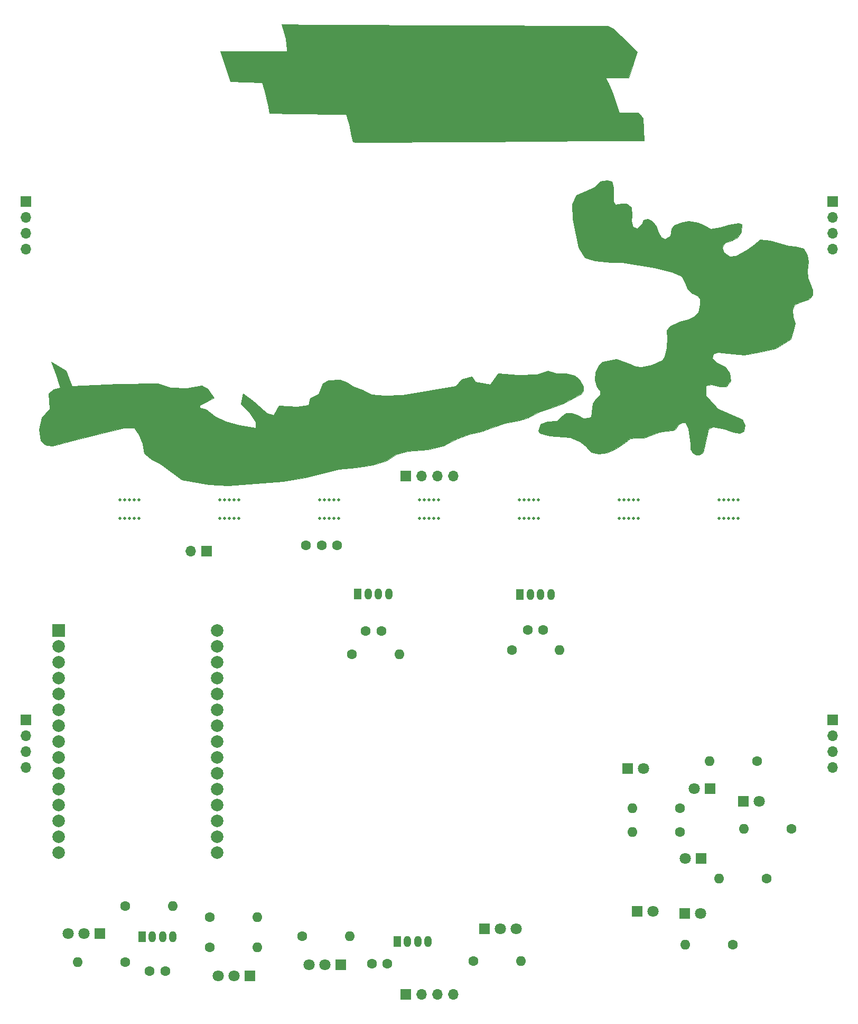
<source format=gbs>
G04 #@! TF.GenerationSoftware,KiCad,Pcbnew,(6.0.11)*
G04 #@! TF.CreationDate,2023-06-05T19:46:25-05:00*
G04 #@! TF.ProjectId,future_badge,66757475-7265-45f6-9261-6467652e6b69,1*
G04 #@! TF.SameCoordinates,Original*
G04 #@! TF.FileFunction,Soldermask,Bot*
G04 #@! TF.FilePolarity,Negative*
%FSLAX46Y46*%
G04 Gerber Fmt 4.6, Leading zero omitted, Abs format (unit mm)*
G04 Created by KiCad (PCBNEW (6.0.11)) date 2023-06-05 19:46:25*
%MOMM*%
%LPD*%
G01*
G04 APERTURE LIST*
%ADD10C,0.100000*%
%ADD11C,1.600000*%
%ADD12R,1.800000X1.800000*%
%ADD13C,1.800000*%
%ADD14R,1.700000X1.700000*%
%ADD15O,1.700000X1.700000*%
%ADD16O,1.600000X1.600000*%
%ADD17R,1.200000X1.800000*%
%ADD18O,1.200000X1.800000*%
%ADD19R,2.000000X2.000000*%
%ADD20C,2.000000*%
%ADD21C,0.500000*%
G04 APERTURE END LIST*
G36*
X69824000Y-21714000D02*
G01*
X74454000Y-21744000D01*
X78374000Y-21754000D01*
X85124000Y-21784000D01*
X87924000Y-21794000D01*
X94644000Y-21814000D01*
X99844000Y-21854000D01*
X107054000Y-21884000D01*
X111594000Y-21894000D01*
X116034000Y-21934000D01*
X116734000Y-21934000D01*
X117744000Y-22364000D01*
X121484000Y-26074000D01*
X120114000Y-30154000D01*
X116414000Y-30214000D01*
X116914000Y-31144000D01*
X117594000Y-32704000D01*
X118304000Y-34764000D01*
X118574000Y-35794000D01*
X121664000Y-35744000D01*
X122404000Y-36604000D01*
X122574000Y-40274000D01*
X120364000Y-40294000D01*
X114274000Y-40304000D01*
X106204000Y-40364000D01*
X94364000Y-40404000D01*
X76384000Y-40494000D01*
X75894000Y-40404000D01*
X75704000Y-39474000D01*
X75334000Y-37624000D01*
X74794000Y-36024000D01*
X73934000Y-36004000D01*
X66494000Y-35914000D01*
X62524000Y-35854000D01*
X62414000Y-34894000D01*
X61834000Y-32344000D01*
X61404000Y-30924000D01*
X56264000Y-30804000D01*
X54654000Y-25964000D01*
X65374000Y-25984000D01*
X65384000Y-25644000D01*
X65174000Y-23914000D01*
X64514000Y-21684000D01*
X69824000Y-21714000D01*
G37*
D10*
X69824000Y-21714000D02*
X74454000Y-21744000D01*
X78374000Y-21754000D01*
X85124000Y-21784000D01*
X87924000Y-21794000D01*
X94644000Y-21814000D01*
X99844000Y-21854000D01*
X107054000Y-21884000D01*
X111594000Y-21894000D01*
X116034000Y-21934000D01*
X116734000Y-21934000D01*
X117744000Y-22364000D01*
X121484000Y-26074000D01*
X120114000Y-30154000D01*
X116414000Y-30214000D01*
X116914000Y-31144000D01*
X117594000Y-32704000D01*
X118304000Y-34764000D01*
X118574000Y-35794000D01*
X121664000Y-35744000D01*
X122404000Y-36604000D01*
X122574000Y-40274000D01*
X120364000Y-40294000D01*
X114274000Y-40304000D01*
X106204000Y-40364000D01*
X94364000Y-40404000D01*
X76384000Y-40494000D01*
X75894000Y-40404000D01*
X75704000Y-39474000D01*
X75334000Y-37624000D01*
X74794000Y-36024000D01*
X73934000Y-36004000D01*
X66494000Y-35914000D01*
X62524000Y-35854000D01*
X62414000Y-34894000D01*
X61834000Y-32344000D01*
X61404000Y-30924000D01*
X56264000Y-30804000D01*
X54654000Y-25964000D01*
X65374000Y-25984000D01*
X65384000Y-25644000D01*
X65174000Y-23914000D01*
X64514000Y-21684000D01*
X69824000Y-21714000D01*
G36*
X117434000Y-46830000D02*
G01*
X117654000Y-47840000D01*
X117674000Y-49970000D01*
X118004000Y-50520000D01*
X119004000Y-50350000D01*
X119814000Y-50340000D01*
X120524000Y-50960000D01*
X120624000Y-52090000D01*
X120584000Y-53180000D01*
X120794000Y-54070000D01*
X121524000Y-54330000D01*
X122224000Y-53650000D01*
X122514000Y-52950000D01*
X123214000Y-52770000D01*
X123884000Y-53140000D01*
X124494000Y-53890000D01*
X124894000Y-54920000D01*
X125394000Y-55780000D01*
X126004000Y-56060000D01*
X126834000Y-55510000D01*
X126994000Y-54450000D01*
X127384000Y-53790000D01*
X128534000Y-53410000D01*
X129734000Y-53170000D01*
X131244000Y-53390000D01*
X132204000Y-53830000D01*
X133274000Y-54430000D01*
X134804000Y-54170000D01*
X136244000Y-53740000D01*
X137704000Y-53500000D01*
X138264000Y-53690000D01*
X138164000Y-54900000D01*
X137554000Y-55780000D01*
X136654000Y-56270000D01*
X135514000Y-56570000D01*
X135094000Y-57340000D01*
X135404000Y-58140000D01*
X136334000Y-58810000D01*
X137294000Y-58700000D01*
X139024000Y-57760000D01*
X140204000Y-56910000D01*
X141244000Y-56090000D01*
X142834000Y-56250000D01*
X145764000Y-57110000D01*
X146854000Y-57220000D01*
X148124000Y-57580000D01*
X148744000Y-58600000D01*
X148904000Y-59670000D01*
X148704000Y-61060000D01*
X148814000Y-62200000D01*
X149604000Y-64130000D01*
X149554000Y-65000000D01*
X149004000Y-65680000D01*
X147714000Y-66060000D01*
X146744000Y-66520000D01*
X146354000Y-67350000D01*
X146494000Y-68500000D01*
X146774000Y-69450000D01*
X146474000Y-70850000D01*
X146084000Y-72020000D01*
X143654000Y-73510000D01*
X141414000Y-74080000D01*
X138694000Y-74570000D01*
X135944000Y-74270000D01*
X134464000Y-74160000D01*
X133634000Y-74350000D01*
X133524000Y-75110000D01*
X134264000Y-75830000D01*
X135644000Y-76480000D01*
X136294000Y-77480000D01*
X136434000Y-78740000D01*
X135794000Y-79670000D01*
X134714000Y-79610000D01*
X133454000Y-79320000D01*
X132504000Y-79480000D01*
X132484000Y-81090000D01*
X134454000Y-83160000D01*
X138314000Y-84930000D01*
X138784000Y-85820000D01*
X138554000Y-86770000D01*
X137874000Y-87100000D01*
X136894000Y-86910000D01*
X135434000Y-86380000D01*
X133694000Y-86110000D01*
X132904000Y-86400000D01*
X132034000Y-90150000D01*
X131444000Y-90530000D01*
X130844000Y-90530000D01*
X130344000Y-90260000D01*
X130054000Y-89620000D01*
X129994000Y-88800000D01*
X129694000Y-86450000D01*
X129474000Y-85820000D01*
X129204000Y-85440000D01*
X128674000Y-85380000D01*
X128194000Y-85630000D01*
X127624000Y-86380000D01*
X127274000Y-86690000D01*
X126044000Y-86730000D01*
X125054000Y-86960000D01*
X122574000Y-87850000D01*
X121254000Y-87830000D01*
X120384000Y-87960000D01*
X119254000Y-88820000D01*
X117824000Y-89730000D01*
X116624000Y-90240000D01*
X115264000Y-90370000D01*
X114124000Y-90130000D01*
X113224000Y-89100000D01*
X112304000Y-88420000D01*
X110704000Y-87740000D01*
X107444000Y-87510000D01*
X105914000Y-87120000D01*
X105674000Y-86790000D01*
X105974000Y-85630000D01*
X107114000Y-85270000D01*
X108614000Y-85110000D01*
X109264000Y-84500000D01*
X110114000Y-83870000D01*
X110994000Y-83890000D01*
X111984000Y-84240000D01*
X112854000Y-84690000D01*
X113804000Y-84650000D01*
X114104000Y-84470000D01*
X114404000Y-82340000D01*
X114884000Y-81560000D01*
X115574000Y-80970000D01*
X115534000Y-80350000D01*
X115024000Y-79720000D01*
X114704000Y-78610000D01*
X114764000Y-77330000D01*
X115354000Y-76210000D01*
X115974000Y-75670000D01*
X118144000Y-75270000D01*
X119324000Y-75680000D01*
X120314000Y-75970000D01*
X121224000Y-76450000D01*
X122204000Y-76500000D01*
X123864000Y-76130000D01*
X125534000Y-75410000D01*
X125884000Y-74790000D01*
X126204000Y-73480000D01*
X126304000Y-71890000D01*
X126244000Y-70650000D01*
X126764000Y-70010000D01*
X128344000Y-69220000D01*
X129674000Y-68860000D01*
X130734000Y-68380000D01*
X131284000Y-67730000D01*
X131544000Y-66540000D01*
X131534000Y-65580000D01*
X131094000Y-65100000D01*
X130234000Y-64670000D01*
X129494000Y-63970000D01*
X129194000Y-63050000D01*
X128594000Y-61910000D01*
X126974000Y-61260000D01*
X124294000Y-60560000D01*
X119034000Y-59750000D01*
X117314000Y-59720000D01*
X114724000Y-59510000D01*
X113124000Y-59020000D01*
X112074000Y-57380000D01*
X111174000Y-52760000D01*
X111094000Y-50450000D01*
X111754000Y-48950000D01*
X113394000Y-48330000D01*
X114604000Y-47760000D01*
X115594000Y-46830000D01*
X116674000Y-46580000D01*
X117434000Y-46830000D01*
G37*
X117434000Y-46830000D02*
X117654000Y-47840000D01*
X117674000Y-49970000D01*
X118004000Y-50520000D01*
X119004000Y-50350000D01*
X119814000Y-50340000D01*
X120524000Y-50960000D01*
X120624000Y-52090000D01*
X120584000Y-53180000D01*
X120794000Y-54070000D01*
X121524000Y-54330000D01*
X122224000Y-53650000D01*
X122514000Y-52950000D01*
X123214000Y-52770000D01*
X123884000Y-53140000D01*
X124494000Y-53890000D01*
X124894000Y-54920000D01*
X125394000Y-55780000D01*
X126004000Y-56060000D01*
X126834000Y-55510000D01*
X126994000Y-54450000D01*
X127384000Y-53790000D01*
X128534000Y-53410000D01*
X129734000Y-53170000D01*
X131244000Y-53390000D01*
X132204000Y-53830000D01*
X133274000Y-54430000D01*
X134804000Y-54170000D01*
X136244000Y-53740000D01*
X137704000Y-53500000D01*
X138264000Y-53690000D01*
X138164000Y-54900000D01*
X137554000Y-55780000D01*
X136654000Y-56270000D01*
X135514000Y-56570000D01*
X135094000Y-57340000D01*
X135404000Y-58140000D01*
X136334000Y-58810000D01*
X137294000Y-58700000D01*
X139024000Y-57760000D01*
X140204000Y-56910000D01*
X141244000Y-56090000D01*
X142834000Y-56250000D01*
X145764000Y-57110000D01*
X146854000Y-57220000D01*
X148124000Y-57580000D01*
X148744000Y-58600000D01*
X148904000Y-59670000D01*
X148704000Y-61060000D01*
X148814000Y-62200000D01*
X149604000Y-64130000D01*
X149554000Y-65000000D01*
X149004000Y-65680000D01*
X147714000Y-66060000D01*
X146744000Y-66520000D01*
X146354000Y-67350000D01*
X146494000Y-68500000D01*
X146774000Y-69450000D01*
X146474000Y-70850000D01*
X146084000Y-72020000D01*
X143654000Y-73510000D01*
X141414000Y-74080000D01*
X138694000Y-74570000D01*
X135944000Y-74270000D01*
X134464000Y-74160000D01*
X133634000Y-74350000D01*
X133524000Y-75110000D01*
X134264000Y-75830000D01*
X135644000Y-76480000D01*
X136294000Y-77480000D01*
X136434000Y-78740000D01*
X135794000Y-79670000D01*
X134714000Y-79610000D01*
X133454000Y-79320000D01*
X132504000Y-79480000D01*
X132484000Y-81090000D01*
X134454000Y-83160000D01*
X138314000Y-84930000D01*
X138784000Y-85820000D01*
X138554000Y-86770000D01*
X137874000Y-87100000D01*
X136894000Y-86910000D01*
X135434000Y-86380000D01*
X133694000Y-86110000D01*
X132904000Y-86400000D01*
X132034000Y-90150000D01*
X131444000Y-90530000D01*
X130844000Y-90530000D01*
X130344000Y-90260000D01*
X130054000Y-89620000D01*
X129994000Y-88800000D01*
X129694000Y-86450000D01*
X129474000Y-85820000D01*
X129204000Y-85440000D01*
X128674000Y-85380000D01*
X128194000Y-85630000D01*
X127624000Y-86380000D01*
X127274000Y-86690000D01*
X126044000Y-86730000D01*
X125054000Y-86960000D01*
X122574000Y-87850000D01*
X121254000Y-87830000D01*
X120384000Y-87960000D01*
X119254000Y-88820000D01*
X117824000Y-89730000D01*
X116624000Y-90240000D01*
X115264000Y-90370000D01*
X114124000Y-90130000D01*
X113224000Y-89100000D01*
X112304000Y-88420000D01*
X110704000Y-87740000D01*
X107444000Y-87510000D01*
X105914000Y-87120000D01*
X105674000Y-86790000D01*
X105974000Y-85630000D01*
X107114000Y-85270000D01*
X108614000Y-85110000D01*
X109264000Y-84500000D01*
X110114000Y-83870000D01*
X110994000Y-83890000D01*
X111984000Y-84240000D01*
X112854000Y-84690000D01*
X113804000Y-84650000D01*
X114104000Y-84470000D01*
X114404000Y-82340000D01*
X114884000Y-81560000D01*
X115574000Y-80970000D01*
X115534000Y-80350000D01*
X115024000Y-79720000D01*
X114704000Y-78610000D01*
X114764000Y-77330000D01*
X115354000Y-76210000D01*
X115974000Y-75670000D01*
X118144000Y-75270000D01*
X119324000Y-75680000D01*
X120314000Y-75970000D01*
X121224000Y-76450000D01*
X122204000Y-76500000D01*
X123864000Y-76130000D01*
X125534000Y-75410000D01*
X125884000Y-74790000D01*
X126204000Y-73480000D01*
X126304000Y-71890000D01*
X126244000Y-70650000D01*
X126764000Y-70010000D01*
X128344000Y-69220000D01*
X129674000Y-68860000D01*
X130734000Y-68380000D01*
X131284000Y-67730000D01*
X131544000Y-66540000D01*
X131534000Y-65580000D01*
X131094000Y-65100000D01*
X130234000Y-64670000D01*
X129494000Y-63970000D01*
X129194000Y-63050000D01*
X128594000Y-61910000D01*
X126974000Y-61260000D01*
X124294000Y-60560000D01*
X119034000Y-59750000D01*
X117314000Y-59720000D01*
X114724000Y-59510000D01*
X113124000Y-59020000D01*
X112074000Y-57380000D01*
X111174000Y-52760000D01*
X111094000Y-50450000D01*
X111754000Y-48950000D01*
X113394000Y-48330000D01*
X114604000Y-47760000D01*
X115594000Y-46830000D01*
X116674000Y-46580000D01*
X117434000Y-46830000D01*
G36*
X29942000Y-77084000D02*
G01*
X30892000Y-79564000D01*
X38352000Y-79194000D01*
X44672000Y-79144000D01*
X46692000Y-79794000D01*
X49322000Y-79874000D01*
X51712000Y-79494000D01*
X52682000Y-79964000D01*
X53642000Y-81414000D01*
X52592000Y-82004000D01*
X51362000Y-82594000D01*
X51372000Y-83064000D01*
X52402000Y-83274000D01*
X53892000Y-84454000D01*
X55592000Y-85204000D01*
X57722000Y-85844000D01*
X60332000Y-86214000D01*
X60362000Y-85294000D01*
X59302000Y-83824000D01*
X57972000Y-82434000D01*
X58322000Y-80714000D01*
X59962000Y-81964000D01*
X62112000Y-83914000D01*
X63202000Y-84244000D01*
X64082000Y-82654000D01*
X66972000Y-82844000D01*
X68782000Y-82594000D01*
X69092000Y-81484000D01*
X70412000Y-80824000D01*
X71092000Y-79144000D01*
X72072000Y-78634000D01*
X73862000Y-78504000D01*
X75012000Y-78954000D01*
X76052000Y-79654000D01*
X77472000Y-80114000D01*
X78912000Y-80874000D01*
X81052000Y-81114000D01*
X83912000Y-80994000D01*
X92412000Y-79524000D01*
X93382000Y-78424000D01*
X94982000Y-77994000D01*
X95602000Y-78844000D01*
X97942000Y-79294000D01*
X99202000Y-77514000D01*
X102362000Y-77804000D01*
X105452000Y-77704000D01*
X107202000Y-77104000D01*
X108552000Y-77524000D01*
X110092000Y-77514000D01*
X111512000Y-77834000D01*
X112222000Y-78574000D01*
X112612000Y-79134000D01*
X112822000Y-79654000D01*
X112882000Y-80284000D01*
X112472000Y-80834000D01*
X110932000Y-81664000D01*
X109592000Y-82334000D01*
X107802000Y-83064000D01*
X105762000Y-83694000D01*
X103942000Y-84604000D01*
X102632000Y-85094000D01*
X100292000Y-85454000D01*
X97852000Y-86344000D01*
X96502000Y-86874000D01*
X94572000Y-87284000D01*
X92502000Y-88014000D01*
X90372000Y-89164000D01*
X87922000Y-89724000D01*
X84732000Y-90004000D01*
X82882000Y-90514000D01*
X81312000Y-91484000D01*
X79142000Y-92184000D01*
X76432000Y-92574000D01*
X73642000Y-92864000D01*
X68242000Y-94224000D01*
X64782000Y-94754000D01*
X55942000Y-95484000D01*
X52782000Y-95324000D01*
X48512000Y-94534000D01*
X45162000Y-92104000D01*
X43602000Y-91234000D01*
X42522000Y-90304000D01*
X42272000Y-88744000D01*
X41682000Y-87384000D01*
X40862000Y-86284000D01*
X39302000Y-86214000D01*
X35002000Y-87294000D01*
X32992000Y-87764000D01*
X30002000Y-88564000D01*
X27822000Y-89144000D01*
X26932000Y-89014000D01*
X26362000Y-88764000D01*
X25862000Y-88314000D01*
X25662000Y-86524000D01*
X26052000Y-84674000D01*
X27322000Y-83224000D01*
X27122000Y-80714000D01*
X28042000Y-80054000D01*
X29042000Y-79794000D01*
X28382000Y-77704000D01*
X27622000Y-75664000D01*
X29942000Y-77084000D01*
G37*
X29942000Y-77084000D02*
X30892000Y-79564000D01*
X38352000Y-79194000D01*
X44672000Y-79144000D01*
X46692000Y-79794000D01*
X49322000Y-79874000D01*
X51712000Y-79494000D01*
X52682000Y-79964000D01*
X53642000Y-81414000D01*
X52592000Y-82004000D01*
X51362000Y-82594000D01*
X51372000Y-83064000D01*
X52402000Y-83274000D01*
X53892000Y-84454000D01*
X55592000Y-85204000D01*
X57722000Y-85844000D01*
X60332000Y-86214000D01*
X60362000Y-85294000D01*
X59302000Y-83824000D01*
X57972000Y-82434000D01*
X58322000Y-80714000D01*
X59962000Y-81964000D01*
X62112000Y-83914000D01*
X63202000Y-84244000D01*
X64082000Y-82654000D01*
X66972000Y-82844000D01*
X68782000Y-82594000D01*
X69092000Y-81484000D01*
X70412000Y-80824000D01*
X71092000Y-79144000D01*
X72072000Y-78634000D01*
X73862000Y-78504000D01*
X75012000Y-78954000D01*
X76052000Y-79654000D01*
X77472000Y-80114000D01*
X78912000Y-80874000D01*
X81052000Y-81114000D01*
X83912000Y-80994000D01*
X92412000Y-79524000D01*
X93382000Y-78424000D01*
X94982000Y-77994000D01*
X95602000Y-78844000D01*
X97942000Y-79294000D01*
X99202000Y-77514000D01*
X102362000Y-77804000D01*
X105452000Y-77704000D01*
X107202000Y-77104000D01*
X108552000Y-77524000D01*
X110092000Y-77514000D01*
X111512000Y-77834000D01*
X112222000Y-78574000D01*
X112612000Y-79134000D01*
X112822000Y-79654000D01*
X112882000Y-80284000D01*
X112472000Y-80834000D01*
X110932000Y-81664000D01*
X109592000Y-82334000D01*
X107802000Y-83064000D01*
X105762000Y-83694000D01*
X103942000Y-84604000D01*
X102632000Y-85094000D01*
X100292000Y-85454000D01*
X97852000Y-86344000D01*
X96502000Y-86874000D01*
X94572000Y-87284000D01*
X92502000Y-88014000D01*
X90372000Y-89164000D01*
X87922000Y-89724000D01*
X84732000Y-90004000D01*
X82882000Y-90514000D01*
X81312000Y-91484000D01*
X79142000Y-92184000D01*
X76432000Y-92574000D01*
X73642000Y-92864000D01*
X68242000Y-94224000D01*
X64782000Y-94754000D01*
X55942000Y-95484000D01*
X52782000Y-95324000D01*
X48512000Y-94534000D01*
X45162000Y-92104000D01*
X43602000Y-91234000D01*
X42522000Y-90304000D01*
X42272000Y-88744000D01*
X41682000Y-87384000D01*
X40862000Y-86284000D01*
X39302000Y-86214000D01*
X35002000Y-87294000D01*
X32992000Y-87764000D01*
X30002000Y-88564000D01*
X27822000Y-89144000D01*
X26932000Y-89014000D01*
X26362000Y-88764000D01*
X25862000Y-88314000D01*
X25662000Y-86524000D01*
X26052000Y-84674000D01*
X27322000Y-83224000D01*
X27122000Y-80714000D01*
X28042000Y-80054000D01*
X29042000Y-79794000D01*
X28382000Y-77704000D01*
X27622000Y-75664000D01*
X29942000Y-77084000D01*
D11*
X43350000Y-173200000D03*
X45850000Y-173200000D03*
D12*
X131690000Y-155200000D03*
D13*
X129150000Y-155200000D03*
D14*
X84360000Y-176910000D03*
D15*
X86900000Y-176910000D03*
X89440000Y-176910000D03*
X91980000Y-176910000D03*
D11*
X39400000Y-162800000D03*
D16*
X47020000Y-162800000D03*
D14*
X152800000Y-133000000D03*
D15*
X152800000Y-135540000D03*
X152800000Y-138080000D03*
X152800000Y-140620000D03*
D11*
X78000000Y-118750000D03*
X80500000Y-118750000D03*
D14*
X52500000Y-106000000D03*
D15*
X49960000Y-106000000D03*
D12*
X74000000Y-172200000D03*
D13*
X71460000Y-172200000D03*
X68920000Y-172200000D03*
D11*
X136775000Y-168950000D03*
D16*
X129155000Y-168950000D03*
D12*
X121455000Y-163600000D03*
D13*
X123995000Y-163600000D03*
D11*
X128375000Y-147150000D03*
D16*
X120755000Y-147150000D03*
D11*
X95200000Y-171600000D03*
D16*
X102820000Y-171600000D03*
D11*
X128375000Y-150900000D03*
D16*
X120755000Y-150900000D03*
D11*
X39425000Y-171800000D03*
D16*
X31805000Y-171800000D03*
D11*
X140725000Y-139550000D03*
D16*
X133105000Y-139550000D03*
D11*
X52975000Y-169400000D03*
D16*
X60595000Y-169400000D03*
D11*
X67775000Y-167600000D03*
D16*
X75395000Y-167600000D03*
D17*
X83010000Y-168490000D03*
D18*
X84660000Y-168490000D03*
X86310000Y-168490000D03*
X87960000Y-168490000D03*
D11*
X75750000Y-122500000D03*
D16*
X83370000Y-122500000D03*
D11*
X52975000Y-164600000D03*
D16*
X60595000Y-164600000D03*
D17*
X42145000Y-167700000D03*
D18*
X43795000Y-167700000D03*
X45445000Y-167700000D03*
X47095000Y-167700000D03*
D12*
X35400000Y-167200000D03*
D13*
X32860000Y-167200000D03*
X30320000Y-167200000D03*
D19*
X28802500Y-118712500D03*
D20*
X28802500Y-121252500D03*
X28802500Y-123792500D03*
X28802500Y-126332500D03*
X28802500Y-128872500D03*
X28802500Y-131412500D03*
X28802500Y-133952500D03*
X28802500Y-136492500D03*
X28802500Y-139032500D03*
X28802500Y-141572500D03*
X28802500Y-144112500D03*
X28802500Y-146652500D03*
X28802500Y-149192500D03*
X28802500Y-151732500D03*
X28802500Y-154272500D03*
X54202500Y-154272500D03*
X54202500Y-151732500D03*
X54202500Y-149192500D03*
X54202500Y-146652500D03*
X54202500Y-144112500D03*
X54202500Y-141572500D03*
X54202500Y-139032500D03*
X54202500Y-136492500D03*
X54202500Y-133952500D03*
X54202500Y-131412500D03*
X54202500Y-128872500D03*
X54202500Y-126332500D03*
X54202500Y-123792500D03*
X54202500Y-121252500D03*
X54202500Y-118712500D03*
D11*
X78950000Y-172000000D03*
X81450000Y-172000000D03*
X101400000Y-121800000D03*
D16*
X109020000Y-121800000D03*
D12*
X138525000Y-146000000D03*
D13*
X141065000Y-146000000D03*
D21*
X86626000Y-100746000D03*
X134646000Y-97746000D03*
X87376000Y-100746000D03*
X40888000Y-97746000D03*
X136908000Y-100746000D03*
X89662000Y-100746000D03*
X104898000Y-97746000D03*
X56888000Y-100746000D03*
X136908000Y-97746000D03*
X119398000Y-97746000D03*
X121672000Y-97746000D03*
X105672000Y-97746000D03*
X89662000Y-97746000D03*
X39376000Y-100746000D03*
X57662000Y-100746000D03*
X121672000Y-100746000D03*
X70626000Y-100746000D03*
X39388000Y-97746000D03*
X136158000Y-100746000D03*
X72138000Y-100746000D03*
X72888000Y-100746000D03*
X86626000Y-97746000D03*
X103386000Y-100746000D03*
X104148000Y-97746000D03*
X40138000Y-100746000D03*
X134646000Y-100746000D03*
X38626000Y-100746000D03*
X55388000Y-97746000D03*
X119386000Y-100746000D03*
X41662000Y-100746000D03*
X72138000Y-97746000D03*
X38626000Y-97746000D03*
X40138000Y-97746000D03*
X120148000Y-97746000D03*
X88138000Y-100746000D03*
X118636000Y-97746000D03*
X73662000Y-100746000D03*
X104148000Y-100746000D03*
X88888000Y-100746000D03*
X56888000Y-97746000D03*
X120898000Y-97746000D03*
X137682000Y-100746000D03*
X88888000Y-97746000D03*
X56138000Y-97746000D03*
X71388000Y-97746000D03*
X54626000Y-97746000D03*
X135408000Y-97746000D03*
X57662000Y-97746000D03*
X73662000Y-97746000D03*
X70626000Y-97746000D03*
X104898000Y-100746000D03*
X54626000Y-100746000D03*
X103398000Y-97746000D03*
X136158000Y-97746000D03*
X41662000Y-97746000D03*
X120148000Y-100746000D03*
X56138000Y-100746000D03*
X118636000Y-100746000D03*
X102636000Y-100746000D03*
X120898000Y-100746000D03*
X55376000Y-100746000D03*
X88138000Y-97746000D03*
X87388000Y-97746000D03*
X105672000Y-100746000D03*
X71376000Y-100746000D03*
X137682000Y-97746000D03*
X72888000Y-97746000D03*
X40888000Y-100746000D03*
X135396000Y-100746000D03*
X102636000Y-97746000D03*
D12*
X59400000Y-174000000D03*
D13*
X56860000Y-174000000D03*
X54320000Y-174000000D03*
D12*
X129125000Y-164000000D03*
D13*
X131665000Y-164000000D03*
D12*
X119925000Y-140800000D03*
D13*
X122465000Y-140800000D03*
D14*
X23500000Y-133000000D03*
D15*
X23500000Y-135540000D03*
X23500000Y-138080000D03*
X23500000Y-140620000D03*
D11*
X142225000Y-158350000D03*
D16*
X134605000Y-158350000D03*
D12*
X97000000Y-166400000D03*
D13*
X99540000Y-166400000D03*
X102080000Y-166400000D03*
D11*
X68400000Y-105000000D03*
X70900000Y-105000000D03*
X73400000Y-105000000D03*
X103950000Y-118600000D03*
X106450000Y-118600000D03*
D14*
X152800000Y-50000000D03*
D15*
X152800000Y-52540000D03*
X152800000Y-55080000D03*
X152800000Y-57620000D03*
D11*
X146175000Y-150400000D03*
D16*
X138555000Y-150400000D03*
D17*
X76715000Y-112800000D03*
D18*
X78365000Y-112800000D03*
X80015000Y-112800000D03*
X81665000Y-112800000D03*
D12*
X133135000Y-144000000D03*
D13*
X130595000Y-144000000D03*
D17*
X102720000Y-112900080D03*
D18*
X104370000Y-112900080D03*
X106020000Y-112900080D03*
X107670000Y-112900080D03*
D14*
X84360000Y-93910000D03*
D15*
X86900000Y-93910000D03*
X89440000Y-93910000D03*
X91980000Y-93910000D03*
D14*
X23500000Y-50000000D03*
D15*
X23500000Y-52540000D03*
X23500000Y-55080000D03*
X23500000Y-57620000D03*
M02*

</source>
